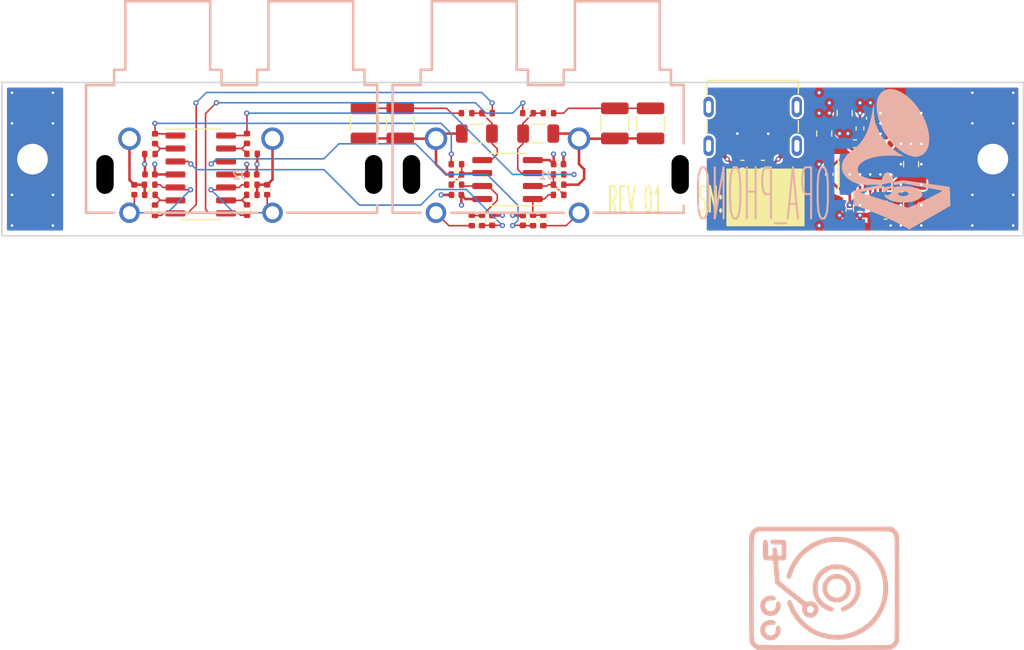
<source format=kicad_pcb>
(kicad_pcb (version 20211014) (generator pcbnew)
  (layers (0 "F.Cu" signal) (1 "In1.Cu" signal) (2 "In2.Cu" signal) (31 "B.Cu" signal) (34 "B.Paste" user) (35 "F.Paste" user) (36 "B.SilkS" user "B.Silkscreen") (37 "F.SilkS" user "F.Silkscreen") (38 "B.Mask" user) (39 "F.Mask" user) (44 "Edge.Cuts" user))
  (net 0 "")
  (net 1 "GND")
  (net 2 "/IN_L")
  (net 3 "/IN_R")
  (net 4 "/OUT_L")
  (net 5 "/OUT_R")
  (net 6 "/POWER/+6V")
  (net 7 "/POWER/-6V")
  (net 8 "/RIGHT/RIAA_RC")
  (net 9 "/RIGHT/RIAA")
  (net 10 "/LEFT/OUT_RC")
  (net 11 "/LEFT/RIAA_RC")
  (net 12 "/LEFT/RIAA")
  (net 13 "/RIGHT/OUT_RC")
  (net 14 "/LEFT/OUT1")
  (net 15 "/LEFT/FB1")
  (net 16 "/POWER/VIN")
  (net 17 "/LEFT/OUT2")
  (net 18 "/LEFT/FB2")
  (net 19 "/RIGHT/OUT1")
  (net 20 "/RIGHT/FB1")
  (net 21 "/RIGHT/OUT2")
  (net 22 "/RIGHT/FB2")
  (net 23 "/CC1")
  (net 24 "/CC2")
  (net 25 "/POWER/CINVN")
  (net 26 "/POWER/CINVP")
  (net 27 "/POWER/VOUTN")
  (net 28 "/POWER/CBSTP")
  (net 29 "/POWER/CBSTN")
  (net 30 "/POWER/BYPP")
  (net 31 "/POWER/BYPN")
  (net 32 "/POWER/VOUTP")
  (net 33 "/POWER/ADJP")
  (net 34 "/POWER/ADJN")
  (net 35 "/RIGHT/FBTRIM")
  (net 36 "/RIGHT/TRIM")
  (net 37 "/LEFT/FBTRIM")
  (net 38 "/LEFT/TRIM")
  (footprint "Resistor_SMD:R_0402_1005Metric" (layer "F.Cu") (at 186.5 61.996948 180)
    (fp_text reference "R25" hide)
    (fp_text value "20.5k")
  )
  (footprint "OPA_PHONO:CUI_UJC-HP-3-SMT-TR" (layer "F.Cu") (at 173.5 56.2 180)
    (fp_text reference "J3" hide)
    (fp_text value "UJC-HP-3-SMT-TR")
  )
  (footprint "Capacitor_SMD:C_1206_3216Metric" (layer "F.Cu") (at 146.5 55 180)
    (fp_text reference "C10" hide)
    (fp_text value "47n")
  )
  (footprint "Capacitor_SMD:C_0402_1005Metric" (layer "F.Cu") (at 112.975 60.5 90)
    (fp_text reference "C7" hide)
    (fp_text value "NP")
  )
  (footprint "Resistor_SMD:R_0402_1005Metric" (layer "F.Cu") (at 154.5 60 180)
    (fp_text reference "R8" hide)
    (fp_text value "68R")
  )
  (footprint "Capacitor_SMD:C_0402_1005Metric" (layer "F.Cu") (at 124 55.48 -90)
    (fp_text reference "C5" hide)
    (fp_text value "1u")
  )
  (footprint "Resistor_SMD:R_0402_1005Metric" (layer "F.Cu") (at 147 63.5 -90)
    (fp_text reference "R23" hide)
    (fp_text value "47k")
  )
  (footprint "Resistor_SMD:R_0402_1005Metric" (layer "F.Cu") (at 183.5 55.996948 180)
    (fp_text reference "R28" hide)
    (fp_text value "20.5k")
  )
  (footprint "Package_DFN_QFN:DFN-18-1EP_3x5mm_P0.5mm_EP1.66x4.4mm" (layer "F.Cu") (at 184.5 58.996948 -90)
    (fp_text reference "U3" hide)
    (fp_text value "LTC3265xDHC")
  )
  (footprint "Capacitor_SMD:C_0402_1005Metric" (layer "F.Cu") (at 154.5 58)
    (fp_text reference "C22" hide)
    (fp_text value "1u")
  )
  (footprint "Resistor_SMD:R_0402_1005Metric" (layer "F.Cu") (at 144.5 58)
    (fp_text reference "R21" hide)
    (fp_text value "47k")
  )
  (footprint "Resistor_SMD:R_0402_1005Metric" (layer "F.Cu") (at 115 62.5 90)
    (fp_text reference "R14" hide)
    (fp_text value "2.32k")
  )
  (footprint "Resistor_SMD:R_0402_1005Metric" (layer "F.Cu") (at 144.5 59)
    (fp_text reference "R6" hide)
    (fp_text value "68R")
  )
  (footprint "Resistor_SMD:R_0402_1005Metric" (layer "F.Cu") (at 154.5 59 180)
    (fp_text reference "R9" hide)
    (fp_text value "47k")
  )
  (footprint "Resistor_SMD:R_0402_1005Metric" (layer "F.Cu") (at 152 63.5 -90)
    (fp_text reference "R11" hide)
    (fp_text value "47k")
  )
  (footprint "Capacitor_SMD:C_0805_2012Metric" (layer "F.Cu") (at 189 57.996948 -90)
    (fp_text reference "C26" hide)
    (fp_text value "10u")
  )
  (footprint "Resistor_SMD:R_0402_1005Metric" (layer "F.Cu") (at 154.5 61)
    (fp_text reference "R7" hide)
    (fp_text value "2.32k")
  )
  (footprint "Capacitor_SMD:C_0402_1005Metric" (layer "F.Cu") (at 114.5 59)
    (fp_text reference "C19" hide)
    (fp_text value "1u")
  )
  (footprint "Capacitor_SMD:C_1210_3225Metric" (layer "F.Cu") (at 139 54 -90)
    (fp_text reference "C9" hide)
    (fp_text value "68n")
  )
  (footprint "Capacitor_SMD:C_0402_1005Metric" (layer "F.Cu") (at 151 63.5 90)
    (fp_text reference "C6" hide)
    (fp_text value "1u")
  )
  (footprint "Resistor_SMD:R_0402_1005Metric" (layer "F.Cu") (at 145.5 53)
    (fp_text reference "R17" hide)
    (fp_text value "2.32k")
  )
  (footprint "Resistor_SMD:R_0402_1005Metric" (layer "F.Cu") (at 174.5 58)
    (fp_text reference "R30" hide)
    (fp_text value "5.1k")
  )
  (footprint "Resistor_SMD:R_0402_1005Metric" (layer "F.Cu") (at 124.475 60 180)
    (fp_text reference "R1" hide)
    (fp_text value "47k")
  )
  (footprint "Capacitor_SMD:C_0402_1005Metric" (layer "F.Cu") (at 185 53.496948 90)
    (fp_text reference "C18" hide)
    (fp_text value "1u")
  )
  (footprint "Resistor_SMD:R_0402_1005Metric" (layer "F.Cu") (at 184 54.496948 -90)
    (fp_text reference "R27" hide)
    (fp_text value "5.1k")
  )
  (footprint "Capacitor_SMD:C_0805_2012Metric" (layer "F.Cu") (at 182.5 52.996948 90)
    (fp_text reference "C28" hide)
    (fp_text value "10u")
  )
  (footprint "Capacitor_SMD:C_0805_2012Metric" (layer "F.Cu") (at 188.5 54.496948 180)
    (fp_text reference "C23" hide)
    (fp_text value "10u")
  )
  (footprint "Capacitor_SMD:C_0805_2012Metric" (layer "F.Cu") (at 189 61.996948 90)
    (fp_text reference "C27" hide)
    (fp_text value "10u")
  )
  (footprint "Resistor_SMD:R_0402_1005Metric" (layer "F.Cu") (at 114.475 60)
    (fp_text reference "R13" hide)
    (fp_text value "47k")
  )
  (footprint "Resistor_SMD:R_0402_1005Metric" (layer "F.Cu") (at 172.5 58 180)
    (fp_text reference "R29" hide)
    (fp_text value "5.1k")
  )
  (footprint "Resistor_SMD:R_0402_1005Metric" (layer "F.Cu") (at 114.5 61)
    (fp_text reference "R15" hide)
    (fp_text value "68R")
  )
  (footprint "Resistor_SMD:R_0402_1005Metric" (layer "F.Cu") (at 146 63.5 -90)
    (fp_text reference "R24" hide)
    (fp_text value "68R")
  )
  (footprint "Capacitor_SMD:C_0402_1005Metric" (layer "F.Cu") (at 124.475 59)
    (fp_text reference "C20" hide)
    (fp_text value "1u")
  )
  (footprint "Capacitor_SMD:C_1210_3225Metric" (layer "F.Cu") (at 135.5 54 -90)
    (fp_text reference "C8" hide)
    (fp_text value "68n")
  )
  (footprint "Resistor_SMD:R_0402_1005Metric" (layer "F.Cu") (at 153.5 53 180)
    (fp_text reference "R5" hide)
    (fp_text value "2.32k")
  )
  (footprint "Capacitor_SMD:C_0402_1005Metric" (layer "F.Cu") (at 185 62.496948 90)
    (fp_text reference "C17" hide)
    (fp_text value "1u")
  )
  (footprint "Capacitor_SMD:C_0402_1005Metric" (layer "F.Cu") (at 181 58.996948 -90)
    (fp_text reference "C14" hide)
    (fp_text value "1u")
  )
  (footprint "Capacitor_SMD:C_0402_1005Metric" (layer "F.Cu") (at 186.5 55.996948)
    (fp_text reference "C16" hide)
    (fp_text value "1u")
  )
  (footprint "Resistor_SMD:R_0402_1005Metric" (layer "F.Cu") (at 124.5 56.98 180)
    (fp_text reference "R10" hide)
    (fp_text value "47k")
  )
  (footprint "Resistor_SMD:R_0402_1005Metric" (layer "F.Cu") (at 151.5 53 180)
    (fp_text reference "R4" hide)
    (fp_text value "16k")
  )
  (footprint "Capacitor_SMD:C_1206_3216Metric" (layer "F.Cu") (at 152.5 55)
    (fp_text reference "C4" hide)
    (fp_text value "47n")
  )
  (footprint "Capacitor_SMD:C_0805_2012Metric" (layer "F.Cu") (at 180.5 54.996948 -90)
    (fp_text reference "C24" hide)
    (fp_text value "10u")
  )
  (footprint "Capacitor_SMD:C_0402_1005Metric" (layer "F.Cu") (at 115 55.5 -90)
    (fp_text reference "C11" hide)
    (fp_text value "1u")
  )
  (footprint "Resistor_SMD:R_0402_1005Metric" (layer "F.Cu") (at 144.5 60 180)
    (fp_text reference "R19" hide)
    (fp_text value "2.32k")
  )
  (footprint "Resistor_SMD:R_0402_1005Metric" (layer "F.Cu") (at 124.475 61 180)
    (fp_text reference "R3" hide)
    (fp_text value "68R")
  )
  (footprint "Resistor_SMD:R_0402_1005Metric" (layer "F.Cu") (at 147.5 53)
    (fp_text reference "R16" hide)
    (fp_text value "16k")
  )
  (footprint "Capacitor_SMD:C_0402_1005Metric" (layer "F.Cu") (at 125.975 60.5 90)
    (fp_text reference "C1" hide)
    (fp_text value "NP")
  )
  (footprint "Resistor_SMD:R_0402_1005Metric" (layer "F.Cu") (at 114.5 57)
    (fp_text reference "R22" hide)
    (fp_text value "47k")
  )
  (footprint "Package_SO:SOIC-14_3.9x8.7mm_P1.27mm" (layer "F.Cu") (at 119.475 59)
    (fp_text reference "U1" hide)
    (fp_text value "OPA1644AxD")
  )
  (footprint "Package_SO:SOIC-8_3.9x4.9mm_P1.27mm" (layer "F.Cu") (at 149.5 59.5 180)
    (fp_text reference "U2" hide)
    (fp_text value "OPA1612AxD")
  )
  (footprint "Resistor_SMD:R_0402_1005Metric" (layer "F.Cu") (at 153 63.5 -90)
    (fp_text reference "R12" hide)
    (fp_text value "68R")
  )
  (footprint "Capacitor_SMD:C_1210_3225Metric" (layer "F.Cu") (at 160 54 -90)
    (fp_text reference "C2" hide)
    (fp_text value "68n")
  )
  (footprint "Capacitor_SMD:C_1210_3225Metric" (layer "F.Cu") (at 163.5 54 -90)
    (fp_text reference "C3" hide)
    (fp_text value "68n")
  )
  (footprint "Resistor_SMD:R_0402_1005Metric" (layer "F.Cu") (at 186.5 62.996948)
    (fp_text reference "R26" hide)
    (fp_text value "5.1k")
  )
  (footprint "Resistor_SMD:R_0402_1005Metric" (layer "F.Cu") (at 124 62.48 90)
    (fp_text reference "R2" hide)
    (fp_text value "2.32k")
  )
  (footprint "Capacitor_SMD:C_0402_1005Metric" (layer "F.Cu") (at 148 63.5 90)
    (fp_text reference "C12" hide)
    (fp_text value "1u")
  )
  (footprint "Capacitor_SMD:C_0402_1005Metric" (layer "F.Cu") (at 144.5 61)
    (fp_text reference "C21" hide)
    (fp_text value "1u")
  )
  (footprint "Capacitor_SMD:C_0402_1005Metric" (layer "F.Cu") (at 183 62.496948 90)
    (fp_text reference "C13" hide)
    (fp_text value "1u")
  )
  (footprint "LOGO" (layer "B.Cu") (at 187.5 57.5 180)
    (fp_text reference "G***" hide)
    (fp_text value "LOGO" hide)
  )
  (footprint "OPA_PHONO:PJRAS2X1S01X" (layer "B.Cu") (at 153.25 50.25)
    (fp_text reference "J1")
    (fp_text value "PJRAS2X1S01X")
  )
  (footprint "OPA_PHONO:PJRAS2X1S01X" (layer "B.Cu") (at 123.25 50.25)
    (fp_text reference "J2")
    (fp_text value "PJRAS2X1S01X")
  )
  (footprint "LOGO" (layer "B.Cu") (at 180.5 99.5 180)
    (fp_text reference "Ge" hide)
    (fp_text value "LOGO" hide)
  )
  (gr_rect (start 171 58.5) (end 178.5 64) (layer "F.SilkS") (width 0.15) (fill solid))
  (gr_rect (start 100 49.996948) (end 200 64.996948) (layer "Edge.Cuts") (width 0.15) (fill none))
  (gr_text "OPA_PHONO" (at 174.5 61) (layer "B.SilkS") (effects (font (size 5 1.5) (thickness 0.2)) (justify mirror)))
  (gr_text "REV 01" (at 162 61.5) (layer "F.SilkS") (effects (font (size 2.5 1) (thickness 0.2))))
  (gr_text "SN:   " (at 170.5 61.5) (layer "F.SilkS") (effects (font (size 2.5 1) (thickness 0.2))))
  (segment (start 182 62.996948) (end 182.02 62.976948) (width 0.25) (layer "F.Cu") (net 1))
  (segment (start 175.5 58) (end 176 57.5) (width 0.25) (layer "F.Cu") (net 1))
  (segment (start 187.01 63.986948) (end 187 63.996948) (width 0.25) (layer "F.Cu") (net 1))
  (segment (start 181 51.996948) (end 182.453161 51.996948) (width 0.25) (layer "F.Cu") (net 1))
  (segment (start 113.99 57.985) (end 113.975 58) (width 0.25) (layer "F.Cu") (net 1))
  (segment (start 143.5 59) (end 142.5 58) (width 0.25) (layer "F.Cu") (net 1))
  (segment (start 154.98 57.02) (end 154.98 58) (width 0.25) (layer "F.Cu") (net 1))
  (segment (start 156.5 55.5) (end 156.5 58) (width 0.25) (layer "F.Cu") (net 1))
  (segment (start 148.98 63.02) (end 149 63) (width 0.25) (layer "F.Cu") (net 1))
  (segment (start 148 63.02) (end 148.98 63.02) (width 0.25) (layer "F.Cu") (net 1))
  (segment (start 190 55.996948) (end 190 56.046948) (width 0.25) (layer "F.Cu") (net 1))
  (segment (start 190 56.046948) (end 189 57.046948) (width 0.25) (layer "F.Cu") (net 1))
  (segment (start 185 52.986948) (end 185 52.006948) (width 0.25) (layer "F.Cu") (net 1))
  (segment (start 181 53.546948) (end 180.5 54.046948) (width 0.25) (layer "F.Cu") (net 1))
  (segment (start 184.275978 58.996948) (end 184.5 58.996948) (width 0.25) (layer "F.Cu") (net 1))
  (segment (start 157 59.426747) (end 156.426747 60) (width 0.25) (layer "F.Cu") (net 1))
  (segment (start 150.02 63.02) (end 150 63) (width 0.25) (layer "F.Cu") (net 1))
  (segment (start 182.500109 52.043896) (end 182.547057 51.996948) (width 0.25) (layer "F.Cu") (net 1))
  (segment (start 175.01 58) (end 175.5 58) (width 0.25) (layer "F.Cu") (net 1))
  (segment (start 190 57.996948) (end 189.95 57.996948) (width 0.25) (layer "F.Cu") (net 1))
  (segment (start 184.5 60.421948) (end 184.5 58.996948) (width 0.25) (layer "F.Cu") (net 1))
  (segment (start 181 52.996948) (end 181 53.546948) (width 0.25) (layer "F.Cu") (net 1))
  (segment (start 112.5 59.545) (end 112.5 55.5) (width 0.25) (layer "F.Cu") (net 1))
  (segment (start 188 56.046948) (end 189 57.046948) (width 0.25) (layer "F.Cu") (net 1))
  (segment (start 142.5 55.5) (end 139.025 55.5) (width 0.25) (layer "F.Cu") (net 1))
  (segment (start 184 53.986948) (end 184 52.996948) (width 0.25) (layer "F.Cu") (net 1))
  (segment (start 151 63.02) (end 150.02 63.02) (width 0.25) (layer "F.Cu") (net 1))
  (segment (start 124.985 60) (end 125.955 60) (width 0.25) (layer "F.Cu") (net 1))
  (segment (start 124.955 59) (end 124.955 58.02) (width 0.25) (layer "F.Cu") (net 1))
  (segment (start 176.25 56.205) (end 176.25 57.25) (width 0.4) (layer "F.Cu") (net 1))
  (segment (start 182.547057 51.996948) (end 184 51.996948) (width 0.25) (layer "F.Cu") (net 1))
  (segment (start 163.5 55.475) (end 160 55.475) (width 0.25) (layer "F.Cu") (net 1))
  (segment (start 139.025 55.5) (end 139 55.475) (width 0.25) (layer "F.Cu") (net 1))
  (segment (start 189.95 57.996948) (end 189 57.046948) (width 0.25) (layer "F.Cu") (net 1))
  (segment (start 186 58.996948) (end 187 58.996948) (width 0.25) (layer "F.Cu") (net 1))
  (segment (start 143.99 59) (end 143.5 59) (width 0.25) (layer "F.Cu") (net 1))
  (segment (start 139 55.475) (end 135.5 55.475) (width 0.25) (layer "F.Cu") (net 1))
  (segment (start 145.025 55) (end 143 55) (width 0.25) (layer "F.Cu") (net 1))
  (segment (start 143 61) (end 144.02 61) (width 0.25) (layer "F.Cu") (net 1))
  (segment (start 188 57.996948) (end 188.05 57.996948) (width 0.25) (layer "F.Cu") (net 1))
  (segment (start 189 57.046948) (end 188.95 57.046948) (width 0.25) (layer "F.Cu") (net 1))
  (segment (start 125.01 56.98) (end 125.01 57.965) (width 0.25) (layer "F.Cu") (net 1))
  (segment (start 114.02 58.045) (end 113.975 58) (width 0.25) (layer "F.Cu") (net 1))
  (segment (start 113.99 57) (end 113.99 57.985) (width 0.25) (layer "F.Cu") (net 1))
  (segment (start 113.99 60.025) (end 113.965 60) (width 0.25) (layer "F.Cu") (net 1))
  (segment (start 156.5 58) (end 157 58.5) (width 0.25) (layer "F.Cu") (net 1))
  (segment (start 184.02 62.976948) (end 184 62.996948) (width 0.25) (layer "F.Cu") (net 1))
  (segment (start 157 58.5) (end 157 59.426747) (width 0.25) (layer "F.Cu") (net 1))
  (segment (start 156.426747 60) (end 155.01 60) (width 0.25) (layer "F.Cu") (net 1))
  (segment (start 170.75 56.205) (end 170.75 57.25) (width 0.4) (layer "F.Cu") (net 1))
  (segment (start 125.955 60) (end 125.975 60.02) (width 0.25) (layer "F.Cu") (net 1))
  (segment (start 156 55) (end 156.5 55.5) (width 0.25) (layer "F.Cu") (net 1))
  (segment (start 113.99 61) (end 113.99 60.025) (width 0.25) (layer "F.Cu") (net 1))
  (segment (start 113.965 60) (end 113.965 60.01) (width 0.25) (layer "F.Cu") (net 1))
  (segment (start 188 63.996948) (end 188 63.946948) (width 0.25) (layer "F.Cu") (net 1))
  (segment (start 189 62.996948) (end 188 63.996948) (width 0.25) (layer "F.Cu") (net 1))
  (segment (start 188 55.996948) (end 188 56.046948) (width 0.25) (layer "F.Cu") (net 1))
  (segment (start 159.975 55.5) (end 156.5 55.5) (width 0.25) (layer "F.Cu") (net 1))
  (segment (start 125.01 57.965) (end 124.975 58) (width 0.25) (layer "F.Cu") (net 1))
  (segment (start 183.5 60.421948) (end 183.5 59.772926) (width 0.25) (layer "F.Cu") (net 1))
  (segment (start 112.975 60.02) (end 112.5 59.545) (width 0.25) (layer "F.Cu") (net 1))
  (segment (start 114.02 59) (end 114.02 58.045) (width 0.25) (layer "F.Cu") (net 1))
  (segment (start 182.453161 51.996948) (end 182.500109 52.043896) (width 0.25) (layer "F.Cu") (net 1))
  (segment (start 189 62.946948) (end 189 62.996948) (width 0.25) (layer "F.Cu") (net 1))
  (segment (start 176.25 57.25) (end 176 57.5) (width 0.4) (layer "F.Cu") (net 1))
  (segment (start 155 57) (end 154.98 57.02) (width 0.25) (layer "F.Cu") (net 1))
  (segment (start 187.01 62.996948) (end 187.01 63.986948) (width 0.25) (layer "F.Cu") (net 1))
  (segment (start 179.999891 53.546839) (end 180.5 54.046948) (width 0.25) (layer "F.Cu") (net 1))
  (segment (start 182.02 62.976948) (end 183 62.976948) (width 0.25) (layer "F.Cu") (net 1))
  (segment (start 142.5 58) (end 142.5 55.5) (width 0.25) (layer "F.Cu") (net 1))
  (segment (start 160 55.475) (end 159.975 55.5) (width 0.25) (layer "F.Cu") (net 1))
  (segment (start 113.965 60) (end 112.995 60) (width 0.25) (layer "F.Cu") (net 1))
  (segment (start 125.975 60.02) (end 126.5 59.495) (width 0.25) (layer "F.Cu") (net 1))
  (segment (start 189.45 54.496948) (end 189.45 55.546948) (width 0.25) (layer "F.Cu") (net 1))
  (segment (start 153.975 55) (end 156 55) (width 0.25) (layer "F.Cu") (net 1))
  (segment (start 171.5 58) (end 171 57.5) (width 0.25) (layer "F.Cu") (net 1))
  (segment (start 185 62.976948) (end 184.02 62.976948) (width 0.25) (layer "F.Cu") (net 1))
  (segment (start 188.05 57.996948) (end 189 57.046948) (width 0.25) (layer "F.Cu") (net 1))
  (segment (start 189.45 55.546948) (end 189 55.996948) (width 0.25) (layer "F.Cu") (net 1))
  (segment (start 179.999891 53) (end 179.999891 53.546839) (width 0.25) (layer "F.Cu") (net 1))
  (segment (start 171.99 58) (end 171.5 58) (width 0.25) (layer "F.Cu") (net 1))
  (segment (start 124.985 61) (end 124.985 60) (width 0.25) (layer "F.Cu") (net 1))
  (segment (start 124.955 58.02) (end 124.975 58) (width 0.25) (layer "F.Cu") (net 1))
  (segment (start 126.5 59.495) (end 126.5 55.5) (width 0.25) (layer "F.Cu") (net 1))
  (segment (start 170.75 57.25) (end 171 57.5) (width 0.4) (layer "F.Cu") (net 1))
  (segment (start 183.5 59.772926) (end 184.275978 58.996948) (width 0.25) (layer "F.Cu") (net 1))
  (segment (start 189 62.996948) (end 190 63.996948) (width 0.25) (layer "F.Cu") (net 1))
  (via (at 184 52.996948) (size 0.508) (drill 0.254) (layers "F.Cu" "B.Cu") (net 1))
  (via (at 185.02 51.986948) (size 0.508) (drill 0.254) (layers "F.Cu" "B.Cu") (net 1))
  (via (at 180 51) (size 0.508) (drill 0.254) (layers "F.Cu" "B.Cu") (net 1))
  (via (at 150 63) (size 0.508) (drill 0.254) (layers "F.Cu" "B.Cu") (net 1))
  (via (at 198.996527 63.998814) (size 0.508) (drill 0.254) (layers "F.Cu" "B.Cu") (net 1))
  (via (at 197.0005 57.5) (size 4) (drill 3) (layers "F.Cu" "B.Cu") (net 1))
  (via (at 188 57.996948) (size 0.508) (drill 0.254) (layers "F.Cu" "B.Cu") (net 1))
  (via (at 180 64) (size 0.508) (drill 0.254) (layers "F.Cu" "B.Cu") (net 1))
  (via (at 190 63.996948) (size 0.508) (drill 0.254) (layers "F.Cu" "B.Cu") (net 1))
  (via (at 103.003973 57.501186) (size 4) (drill 3) (layers "F.Cu" "B.Cu") (net 1))
  (via (at 184 51.996948) (size 0.508) (drill 0.254) (layers "F.Cu" "B.Cu") (net 1))
  (via (at 105 64) (size 0.508) (drill 0.254) (layers "F.Cu" "B.Cu") (net 1))
  (via (at 101.003473 61.001186) (size 0.508) (drill 0.254) (layers "F.Cu" "B.Cu") (net 1))
  (via (at 183 58.996948) (size 0.508) (drill 0.254) (layers "F.Cu" "B.Cu") (net 1))
  (via (at 199 54) (size 0.508) (drill 0.254) (layers "F.Cu" "B.Cu") (net 1))
  (via (at 143 61) (size 0.508) (drill 0.254) (layers "F.Cu" "B.Cu") (net 1))
  (via (at 195 54) (size 0.508) (drill 0.254) (layers "F.Cu" "B.Cu") (net 1))
  (via (at 176 57.5) (size 0.508) (drill 0.254) (layers "F.Cu" "B.Cu") (net 1))
  (via (at 184 62.996948) (size 0.508) (drill 0.254) (layers "F.Cu" "B.Cu") (net 1))
  (via (at 195 51) (size 0.508) (drill 0.254) (layers "F.Cu" "B.Cu") (net 1))
  (via (at 190 57.996948) (size 0.508) (drill 0.254) (layers "F.Cu" "B.Cu") (net 1))
  (via (at 149 63) (size 0.508) (drill 0.254) (layers "F.Cu" "B.Cu") (net 1))
  (via (at 113.975 58) (size 0.508) (drill 0.254) (layers "F.Cu" "B.Cu") (net 1))
  (via (at 194.996527 63.998814) (size 0.508) (drill 0.254) (layers "F.Cu" "B.Cu") (net 1))
  (via (at 105.003473 54.001186) (size 0.508) (drill 0.254) (layers "F.Cu" "B.Cu") (net 1))
  (via (at 188 63.996948) (size 0.508) (drill 0.254) (layers "F.Cu" "B.Cu") (net 1))
  (via (at 181 52.996948) (size 0.508) (drill 0.254) (layers "F.Cu" "B.Cu") (net 1))
  (via (at 101 64) (size 0.508) (drill 0.254) (layers "F.Cu" "B.Cu") (net 1))
  (via (at 185 58.996948) (size 0.508) (drill 0.254) (layers "F.Cu" "B.Cu") (net 1))
  (via (at 179.999891 53) (size 0.508) (drill 0.254) (layers "F.Cu" "B.Cu") (net 1))
  (via (at 184 58.996948) (size 0.508) (drill 0.254) (layers "F.Cu" "B.Cu") (net 1))
  (via (at 190 53) (size 0.508) (drill 0.254) (layers "F.Cu" "B.Cu") (net 1))
  (via (at 105.003473 51.001186) (size 0.508) (drill 0.254) (layers "F.Cu" "B.Cu") (net 1))
  (via (at 155 57) (size 0.508) (drill 0.254) (layers "F.Cu" "B.Cu") (net 1))
  (via (at 187 58.996948) (size 0.508) (drill 0.254) (layers "F.Cu" "B.Cu") (net 1))
  (via (at 188 55.996948) (size 0.508) (drill 0.254) (layers "F.Cu" "B.Cu") (net 1))
  (via (at 101.003473 51.001186) (size 0.508) (drill 0.254) (layers "F.Cu" "B.Cu") (net 1))
  (via (at 101.003473 54.001186) (size 0.508) (drill 0.254) (layers "F.Cu" "B.Cu") (net 1))
  (via (at 187 63.996948) (size 0.508) (drill 0.254) (layers "F.Cu" "B.Cu") (net 1))
  (via (at 180 58) (size 0.508) (drill 0.254) (layers "F.Cu" "B.Cu") (net 1))
  (via (at 186 58.996948) (size 0.508) (drill 0.254) (layers "F.Cu" "B.Cu") (net 1))
  (via (at 199 51) (size 0.508) (drill 0.254) (layers "F.Cu" "B.Cu") (net 1))
  (via (at 105.003473 61.001186) (size 0.508) (drill 0.254) (layers "F.Cu" "B.Cu") (net 1))
  (via (at 171 57.5) (size 0.508) (drill 0.254) (layers "F.Cu" "B.Cu") (net 1))
  (via (at 195 61) (size 0.508) (drill 0.254) (layers "F.Cu" "B.Cu") (net 1))
  (via (at 190 55.996948) (size 0.508) (drill 0.254) (layers "F.Cu" "B.Cu") (net 1))
  (via (at 181 51.996948) (size 0.508) (drill 0.254) (layers "F.Cu" "B.Cu") (net 1))
  (via (at 189 55.996948) (size 0.508) (drill 0.254) (layers "F.Cu" "B.Cu") (net 1))
  (via (at 124.975 58) (size 0.508) (drill 0.254) (layers "F.Cu" "B.Cu") (net 1))
  (via (at 199 61) (size 0.508) (drill 0.254) (layers "F.Cu" "B.Cu") (net 1))
  (via (at 182 62.996948) (size 0.508) (drill 0.254) (layers "F.Cu" "B.Cu") (net 1))
  (segment (start 117.23 60.5) (end 118.475 60.5) (width 0.15) (layer "F.Cu") (net 2))
  (segment (start 117 60.27) (end 117.23 60.5) (width 0.15) (layer "F.Cu") (net 2))
  (segment (start 115.77 60.27) (end 117 60.27) (width 0.15) (layer "F.Cu") (net 2))
  (segment (start 114.985 60) (end 115.5 60) (width 0.15) (layer "F.Cu") (net 2))
  (segment (start 112.975 60.98) (end 112.975 62.275) (width 0.15) (layer "F.Cu") (net 2))
  (segment (start 115.5 60) (end 115.77 60.27) (width 0.15) (layer "F.Cu") (net 2))
  (segment (start 112.975 62.275) (end 112.5 62.75) (width 0.15) (layer "F.Cu") (net 2))
  (via (at 118.475 60.5) (size 0.508) (drill 0.254) (layers "F.Cu" "B.Cu") (net 2))
  (segment (start 116.225 62.75) (end 118.475 60.5) (width 0.15) (layer "B.Cu") (net 2))
  (segment (start 112.5 62.75) (end 116.225 62.75) (width 0.15) (layer "B.Cu") (net 2))
  (segment (start 121.95 60.27) (end 123.23 60.27) (width 0.15) (layer "F.Cu") (net 3))
  (segment (start 125.975 60.98) (end 125.975 62.225) (width 0.15) (layer "F.Cu") (net 3))
  (segment (start 123.965 60) (end 123.5 60) (width 0.15) (layer "F.Cu") (net 3))
  (segment (start 120.475 60.5) (end 121.72 60.5) (width 0.15) (layer "F.Cu") (net 3))
  (segment (start 121.72 60.5) (end 121.95 60.27) (width 0.15) (layer "F.Cu") (net 3))
  (segment (start 123.5 60) (end 123.23 60.27) (width 0.15) (layer "F.Cu") (net 3))
  (via (at 120.475 60.5) (size 0.508) (drill 0.254) (layers "F.Cu" "B.Cu") (net 3))
  (segment (start 122.725 62.75) (end 120.475 60.5) (width 0.15) (layer "B.Cu") (net 3))
  (segment (start 126.5 62.75) (end 122.725 62.75) (width 0.15) (layer "B.Cu") (net 3))
  (segment (start 146 64.01) (end 143.76 64.01) (width 0.15) (layer "F.Cu") (net 4))
  (segment (start 143.76 64.01) (end 142.5 62.75) (width 0.15) (layer "F.Cu") (net 4))
  (segment (start 155.24 64.01) (end 156.5 62.75) (width 0.15) (layer "F.Cu") (net 5))
  (segment (start 153 64.01) (end 155.24 64.01) (width 0.15) (layer "F.Cu") (net 5))
  (segment (start 145.385 61.405) (end 144.98 61) (width 0.25) (layer "F.Cu") (net 6))
  (segment (start 114.98 58.005) (end 114.975 58) (width 0.25) (layer "F.Cu") (net 6))
  (segment (start 114.98 59) (end 114.98 58.005) (width 0.25) (layer "F.Cu") (net 6))
  (segment (start 117 59) (end 114.98 59) (width 0.25) (layer "F.Cu") (net 6))
  (segment (start 188 61.996948) (end 187.01 61.996948) (width 0.25) (layer "F.Cu") (net 6))
  (segment (start 186 60.986948) (end 187.01 61.996948) (width 0.25) (layer "F.Cu") (net 6))
  (segment (start 144.98 61) (end 144.98 61.98) (width 0.25) (layer "F.Cu") (net 6))
  (segment (start 186 60.421948) (end 186 60.986948) (width 0.25) (layer "F.Cu") (net 6))
  (segment (start 144.98 61.98) (end 145 62) (width 0.25) (layer "F.Cu") (net 6))
  (segment (start 147.025 61.405) (end 145.385 61.405) (width 0.25) (layer "F.Cu") (net 6))
  (via (at 145 62) (size 0.508) (drill 0.254) (layers "F.Cu" "B.Cu") (net 6))
  (via (at 190 61.996948) (size 0.508) (drill 0.254) (layers "F.Cu" "B.Cu") (net 6))
  (via (at 188 61.996948) (size 0.508) (drill 0.254) (layers "F.Cu" "B.Cu") (net 6))
  (via (at 114.975 58) (size 0.508) (drill 0.254) (layers "F.Cu" "B.Cu") (net 6))
  (segment (start 154.02 58) (end 154.02 57.02) (width 0.25) (layer "F.Cu") (net 7))
  (segment (start 182 54.996948) (end 182.823261 54.996948) (width 0.25) (layer "F.Cu") (net 7))
  (segment (start 182.99 55.163687) (end 182.823261 54.996948) (width 0.25) (layer "F.Cu") (net 7))
  (segment (start 121.95 59) (end 123.995 59) (width 0.25) (layer "F.Cu") (net 7))
  (segment (start 182.823261 54.270209) (end 182.5 53.946948) (width 0.25) (layer "F.Cu") (net 7))
  (segment (start 151.975 57.595) (end 153.615 57.595) (width 0.25) (layer "F.Cu") (net 7))
  (segment (start 154.02 57.02) (end 154 57) (width 0.25) (layer "F.Cu") (net 7))
  (segment (start 183.5 56.496948) (end 183.5 57.571948) (width 0.25) (layer "F.Cu") (net 7))
  (segment (start 123.995 58.02) (end 123.975 58) (width 0.25) (layer "F.Cu") (net 7))
  (segment (start 123.995 59) (end 123.995 58.02) (width 0.25) (layer "F.Cu") (net 7))
  (segment (start 153.615 57.595) (end 154.02 58) (width 0.25) (layer "F.Cu") (net 7))
  (segment (start 182.99 55.996948) (end 182.99 55.163687) (width 0.25) (layer "F.Cu") (net 7))
  (segment (start 182.99 55.996948) (end 183 55.996948) (width 0.25) (layer "F.Cu") (net 7))
  (segment (start 183 55.996948) (end 183.5 56.496948) (width 0.25) (layer "F.Cu") (net 7))
  (segment (start 182.823261 54.996948) (end 182.823261 54.270209) (width 0.25) (layer "F.Cu") (net 7))
  (via (at 182 54.996948) (size 0.508) (drill 0.254) (layers "F.Cu" "B.Cu") (net 7))
  (via (at 182.823261 54.996948) (size 0.508) (drill 0.254) (layers "F.Cu" "B.Cu") (net 7))
  (via (at 123.975 58) (size 0.508) (drill 0.254) (layers "F.Cu" "B.Cu") (net 7))
  (via (at 154 57) (size 0.508) (drill 0.254) (layers "F.Cu" "B.Cu") (net 7))
  (segment (start 154.99 53) (end 154.01 53) (width 0.15) (layer "F.Cu") (net 8))
  (segment (start 163.5 52.525) (end 160 52.525) (width 0.15) (layer "F.Cu") (net 8))
  (segment (start 155.465 52.525) (end 156.525 52.525) (width 0.15) (layer "F.Cu") (net 8))
  (segment (start 160 52.525) (end 156.525 52.525) (width 0.15) (layer "F.Cu") (net 8))
  (segment (start 154.99 53) (end 155.465 52.525) (width 0.15) (layer "F.Cu") (net 8))
  (segment (start 151 55.025) (end 151 56) (width 0.15) (layer "F.Cu") (net 9))
  (segment (start 151.975 58.865) (end 150.865 58.865) (width 0.15) (layer "F.Cu") (net 9))
  (segment (start 151.01 54) (end 151 54) (width 0.15) (layer "F.Cu") (net 9))
  (segment (start 152.01 53) (end 151.01 54) (width 0.15) (layer "F.Cu") (net 9))
  (segment (start 151 54.975) (end 151.025 55) (width 0.15) (layer "F.Cu") (net 9))
  (segment (start 150.865 58.865) (end 150.5 58.5) (width 0.15) (layer "F.Cu") (net 9))
  (segment (start 151 54) (end 151 54.975) (width 0.15) (layer "F.Cu") (net 9))
  (segment (start 151 56) (end 150.5 56.5) (width 0.15) (layer "F.Cu") (net 9))
  (segment (start 150.5 56.5) (end 150.5 58.5) (width 0.15) (layer "F.Cu") (net 9))
  (segment (start 152.99 53) (end 152.01 53) (width 0.15) (layer "F.Cu") (net 9))
  (segment (start 151.025 55) (end 151 55.025) (width 0.15) (layer "F.Cu") (net 9))
  (segment (start 117 57.73) (end 118.25 57.73) (width 0.15) (layer "F.Cu") (net 10))
  (segment (start 147.03 63.98) (end 147 64.01) (width 0.15) (layer "F.Cu") (net 10))
  (segment (start 148 63.98) (end 148.98 63.98) (width 0.15) (layer "F.Cu") (net 10))
  (segment (start 148.98 63.98) (end 149 64) (width 0.15) (layer "F.Cu") (net 10))
  (segment (start 148 63.98) (end 147.03 63.98) (width 0.15) (layer "F.Cu") (net 10))
  (segment (start 118.25 57.73) (end 118.5 57.98) (width 0.15) (layer "F.Cu") (net 10))
  (via (at 149 64) (size 0.508) (drill 0.254) (layers "F.Cu" "B.Cu") (net 10))
  (via (at 118.5 57.98) (size 0.508) (drill 0.254) (layers "F.Cu" "B.Cu") (net 10))
  (segment (start 142.528511 60.471489) (end 145.471489 60.471489) (width 0.15) (layer "B.Cu") (net 10))
  (segment (start 135 62) (end 141 62) (width 0.15) (layer "B.Cu") (net 10))
  (segment (start 141 62) (end 142.528511 60.471489) (width 0.15) (layer "B.Cu") (net 10))
  (segment (start 118.5 57.98) (end 119.048511 58.528511) (width 0.15) (layer "B.Cu") (net 10))
  (segment (start 145.471489 60.471489) (end 149 64) (width 0.15) (layer "B.Cu") (net 10))
  (segment (start 119.048511 58.528511) (end 131.528511 58.528511) (width 0.15) (layer "B.Cu") (net 10))
  (segment (start 131.528511 58.528511) (end 135 62) (width 0.15) (layer "B.Cu") (net 10))
  (segment (start 144.01 53) (end 144.99 53) (width 0.15) (layer "F.Cu") (net 11))
  (segment (start 143.535 52.525) (end 144.01 53) (width 0.15) (layer "F.Cu") (net 11))
  (segment (start 135.5 52.525) (end 139 52.525) (width 0.15) (layer "F.Cu") (net 11))
  (segment (start 139 52.525) (end 143.535 52.525) (width 0.15) (layer "F.Cu") (net 11))
  (segment (start 148 55.025) (end 148 56) (width 0.15) (layer "F.Cu") (net 12))
  (segment (start 147.025 57.595) (end 147.905 57.595) (width 0.15) (layer "F.Cu") (net 12))
  (segment (start 148 56) (end 148.5 56.5) (width 0.15) (layer "F.Cu") (net 12))
  (segment (start 147.905 57.595) (end 148.5 57) (width 0.15) (layer "F.Cu") (net 12))
  (segment (start 146.99 53) (end 147.975 53.985) (width 0.15) (layer "F.Cu") (net 12))
  (segment (start 148.5 57) (end 148.5 56.5) (width 0.15) (layer "F.Cu") (net 12))
  (segment (start 147.975 53.985) (end 147.975 55) (width 0.15) (layer "F.Cu") (net 12))
  (segment (start 146.01 53) (end 146.99 53) (width 0.15) (layer "F.Cu") (net 12))
  (segment (start 147.975 55) (end 148 55.025) (width 0.15) (layer "F.Cu") (net 12))
  (segment (start 151 63.98) (end 150.02 63.98) (width 0.15) (layer "F.Cu") (net 13))
  (segment (start 121.95 57.73) (end 120.75 57.73) (width 0.15) (layer "F.Cu") (net 13))
  (segment (start 151.03 64.01) (end 151 63.98) (width 0.15) (layer "F.Cu") (net 13))
  (segment (start 120.75 57.73) (end 120.5 57.98) (width 0.15) (layer "F.Cu") (net 13))
  (segment (start 152 64.01) (end 151.03 64.01) (width 0.15) (layer "F.Cu") (net 13))
  (segment (start 150.02 63.98) (end 150 64) (width 0.15) (layer "F.Cu") (net 13))
  (via (at 150 64) (size 0.508) (drill 0.254) (layers "F.Cu" "B.Cu") (net 13))
  (via (at 120.5 57.98) (size 0.508) (drill 0.254) (layers "F.Cu" "B.Cu") (net 13))
  (segment (start 131.528511 57.471489) (end 133 56) (width 0.15) (layer "B.Cu") (net 13))
  (segment (start 133 56) (end 140.5 56) (width 0.15) (layer "B.Cu") (net 13))
  (segment (start 121.008511 57.471489) (end 131.528511 57.471489) (width 0.15) (layer "B.Cu") (net 13))
  (segment (start 140.5 56) (end 143.5 59) (width 0.15) (layer "B.Cu") (net 13))
  (segment (start 150.528511 62.028511) (end 150.528511 63.471489) (width 0.15) (layer "B.Cu") (net 13))
  (segment (start 143.5 59) (end 147.5 59) (width 0.15) (layer "B.Cu") (net 13))
  (segment (start 147.5 59) (end 150.528511 62.028511) (width 0.15) (layer "B.Cu") (net 13))
  (segment (start 120.5 57.98) (end 121.008511 57.471489) (width 0.15) (layer "B.Cu") (net 13))
  (segment (start 150.528511 63.471489) (end 150 64) (width 0.15) (layer "B.Cu") (net 13))
  (segment (start 117 62.81) (end 115.81 62.81) (width 0.15) (layer "F.Cu") (net 14))
  (segment (start 119.028511 52.028511) (end 119.028511 61.951489) (width 0.15) (layer "F.Cu") (net 14))
  (segment (start 118.17 62.81) (end 117 62.81) (width 0.15) (layer "F.Cu") (net 14))
  (segment (start 148.01 52.01) (end 148 52) (width 0.15) (layer "F.Cu") (net 14))
  (segment (start 115.61 63.01) (end 115.81 62.81) (width 0.15) (layer "F.Cu") (net 14))
  (segment (start 148.01 53) (end 148.01 52.01) (width 0.15) (layer "F.Cu") (net 14))
  (segment (start 119 52) (end 119.028511 52.028511) (width 0.15) (layer "F.Cu") (net 14))
  (segment (start 115 63.01) (end 115.61 63.01) (width 0.15) (layer "F.Cu") (net 14))
  (segment (start 119.028511 61.951489) (end 118.17 62.81) (width 0.15) (layer "F.Cu") (net 14))
  (via (at 148 52) (size 0.508) (drill 0.254) (layers "F.Cu" "B.Cu") (net 14))
  (via (at 119 52) (size 0.508) (drill 0.254) (layers "F.Cu" "B.Cu") (net 14))
  (segment (start 146.98 50.98) (end 148 52) (width 0.15) (layer "B.Cu") (net 14))
  (segment (start 120.02 50.98) (end 146.98 50.98) (width 0.15) (layer "B.Cu") (net 14))
  (segment (start 119 52) (end 120.02 50.98) (width 0.15) (layer "B.Cu") (net 14))
  (segment (start 115.01 61) (end 115.55 61.54) (width 0.15) (layer "F.Cu") (net 15))
  (segment (start 115.55 61.54) (end 117 61.54) (width 0.15) (layer "F.Cu") (net 15))
  (segment (start 117 61.54) (end 115.45 61.54) (width 0.15) (layer "F.Cu") (net 15))
  (segment (start 115.45 61.54) (end 115 61.99) (width 0.15) (layer "F.Cu") (net 15))
  (segment (start 171.98 55.02) (end 172 55) (width 0.4) (layer "F.Cu") (net 16))
  (segment (start 185 56.496948) (end 185.5 56.996948) (width 0.25) (layer "F.Cu") (net 16))
  (segment (start 175.02 56.205) (end 175.02 55.02) (width 0.4) (layer "F.Cu") (net 16))
  (segment (start 171.98 56.205) (end 171.98 55.02) (width 0.4) (layer "F.Cu") (net 16))
  (segment (start 185 57.571948) (end 185 56.59731) (width 0.25) (layer "F.Cu") (net 16))
  (segment (start 185 56.59731) (end 185 56.496948) (width 0.25) (layer "F.Cu") (net 16))
  (segment (start 184 60.421948) (end 184 61.996948) (width 0.25) (layer "F.Cu") (net 16))
  (segment (start 185.5 56.996948) (end 185.5 57.571948) (width 0.25) (layer "F.Cu") (net 16))
  (via (at 186 53.996948) (size 0.508) (drill 0.254) (layers "F.Cu" "B.Cu") (net 16))
  (via (at 186 55.021948) (size 0.508) (drill 0.254) (layers "F.Cu" "B.Cu") (net 16))
  (via (at 184 61.996948) (size 0.508) (drill 0.254) (layers "F.Cu" "B.Cu") (net 16))
  (via (at 172 55) (size 0.508) (drill 0.254) (layers "F.Cu" "B.Cu") (net 16))
  (via (at 175.02 55.02) (size 0.508) (drill 0.254) (layers "F.Cu" "B.Cu") (net 16))
  (via (at 186 52.996948) (size 0.508) (drill 0.254) (layers "F.Cu" "B.Cu") (net 16))
  (segment (start 145.145 60.135) (end 145.01 60) (width 0.15) (layer "F.Cu") (net 17))
  (segment (start 147 63.03) (end 146 63.03) (width 0.15) (layer "F.Cu") (net 17))
  (segment (start 148.5 61) (end 147.635 60.135) (width 0.15) (layer "F.Cu") (net 17))
  (segment (start 147 63.03) (end 148.5 61.53) (width 0.15) (layer "F.Cu") (net 17))
  (segment (start 148.5 61.53) (end 148.5 61) (width 0.15) (layer "F.Cu") (net 17))
  (segment (start 147.635 60.135) (end 147.025 60.135) (width 0.15) (layer "F.Cu") (net 17))
  (segment (start 147.025 60.135) (end 145.145 60.135) (width 0.15) (layer "F.Cu") (net 17))
  (segment (start 147.025 58.865) (end 145.145 58.865) (width 0.15) (layer "F.Cu") (net 18))
  (segment (start 143.99 60) (end 144.01 60) (width 0.15) (layer "F.Cu") (net 18))
  (segment (start 144.01 60) (end 145.01 59) (width 0.15) (layer "F.Cu") (net 18))
  (segment (start 145.145 58.865) (end 145.01 59) (width 0.15) (layer "F.Cu") (net 18))
  (segment (start 145.01 58) (end 145.01 59) (width 0.15) (layer "F.Cu") (net 18))
  (segment (start 121 51.98) (end 119.946489 53.033511) (width 0.15) (layer "F.Cu") (net 19))
  (segment (start 150.99 52.01) (end 151 52) (width 0.15) (layer "F.Cu") (net 19))
  (segment (start 120.33 62.81) (end 121.95 62.81) (width 0.15) (layer "F.Cu") (net 19))
  (segment (start 121.95 62.81) (end 123.19 62.81) (width 0.15) (layer "F.Cu") (net 19))
  (segment (start 119.946489 53.033511) (end 119.946489 62.426489) (width 0.15) (layer "F.Cu") (net 19))
  (segment (start 119.946489 62.426489) (end 120.33 62.81) (width 0.15) (layer "F.Cu") (net 19))
  (segment (start 124 62.99) (end 123.37 62.99) (width 0.15) (layer "F.Cu") (net 19))
  (segment (start 150.99 53) (end 150.99 52.01) (width 0.15) (layer "F.Cu") (net 19))
  (segment (start 123.37 62.99) (end 123.19 62.81) (width 0.15) (layer "F.Cu") (net 19))
  (via (at 151 52) (size 0.508) (drill 0.254) (layers "F.Cu" "B.Cu") (net 19))
  (via (at 121 51.98) (size 0.508) (drill 0.254) (layers "F.Cu" "B.Cu") (net 19))
  (segment (start 147.382128 53) (end 150 53) (width 0.15) (layer "B.Cu") (net 19))
  (segment (start 146.362128 51.98) (end 147.382128 53) (width 0.15) (layer "B.Cu") (net 19))
  (segment (start 121 51.98) (end 146.362128 51.98) (width 0.15) (layer "B.Cu") (net 19))
  (segment (start 150 53) (end 151 52) (width 0.15) (layer "B.Cu") (net 19))
  (segment (start 123.99 60.985) (end 123.475 61.5) (width 0.15) (layer "F.Cu") (net 20))
  (segment (start 123.475 61.5) (end 123.945 61.97) (width 0.15) (layer "F.Cu") (net 20))
  (segment (start 123.57 61.54) (end 124 61.97) (width 0.15) (layer "F.Cu") (net 20))
  (segment (start 121.95 61.54) (end 123.57 61.54) (width 0.15) (layer "F.Cu") (net 20))
  (segment (start 123.945 61.97) (end 124 61.97) (width 0.15) (layer "F.Cu") (net 20))
  (segment (start 153.5 61) (end 153.095 61.405) (width 0.15) (layer "F.Cu") (net 21))
  (segment (start 151.975 62.965) (end 152 62.99) (width 0.15) (layer "F.Cu") (net 21))
  (segment (start 151.975 61.405) (end 151.975 62.965) (width 0.15) (layer "F.Cu") (net 21))
  (segment (start 151.975 61.405) (end 153.095 61.405) (width 0.15) (layer "F.Cu") (net 21))
  (segment (start 153.99 61) (end 153.5 61) (width 0.15) (layer "F.Cu") (net 21))
  (segment (start 153 62.99) (end 152 62.99) (width 0.15) (layer "F.Cu") (net 21))
  (segment (start 151.975 60.135) (end 153.365 60.135) (width 0.15) (layer "F.Cu") (net 22))
  (segment (start 153.99 60) (end 154.01 60) (width 0.15) (layer "F.Cu") (net 22))
  (segment (start 153.99 60) (end 153.5 60) (width 0.15) (layer "F.Cu") (net 22))
  (segment (start 154.01 60) (end 155.01 61) (width 0.15) (layer "F.Cu") (net 22))
  (segment (start 153.99 59) (end 153.99 60) (width 0.15) (layer "F.Cu") (net 22))
  (segment (start 153.5 60) (end 153.365 60.135) (width 0.15) (layer "F.Cu") (net 22))
  (segment (start 174 57.99) (end 173.99 58) (width 0.15) (layer "F.Cu") (net 23))
  (segment (start 174 56.205) (end 174 57.99) (width 0.15) (layer "F.Cu") (net 23))
  (segment (start 173 57.99) (end 173.01 58) (width 0.15) (layer "F.Cu") (net 24))
  (segment (start 173 56.205) (end 173 57.99) (width 0.15) (layer "F.Cu") (net 24))
  (segment (start 182.5 57.571948) (end 181.925 57.571948) (width 0.25) (layer "F.Cu") (net 25))
  (segment (start 181.925 57.571948) (end 181 58.496948) (width 0.25) (layer "F.Cu") (net 25))
  (segment (start 181 58.496948) (end 181 58.516948) (width 0.25) (layer "F.Cu") (net 25))
  (segment (start 181.945 60.421948) (end 181 59.476948) (width 0.25) (layer "F.Cu") (net 26))
  (segment (start 182.5 60.421948) (end 181.945 60.421948) (width 0.25) (layer "F.Cu") (net 26))
  (segment (start 183 57.571948) (end 183 56.972926) (width 0.25) (layer "F.Cu") (net 27))
  (segment (start 183 56.972926) (end 182.949511 56.922437) (width 0.25) (layer "F.Cu") (net 27))
  (segment (start 182.925489 56.922437) (end 181.95 55.946948) (width 0.25) (layer "F.Cu") (net 27))
  (segment (start 182.949511 56.922437) (end 182.925489 56.922437) (width 0.25) (layer "F.Cu") (net 27))
  (segment (start 181.95 55.946948) (end 180.5 55.946948) (width 0.25) (layer "F.Cu") (net 27))
  (segment (start 186 57.571948) (end 186 56.016948) (width 0.25) (layer "F.Cu") (net 28))
  (segment (start 186 56.016948) (end 186.02 55.996948) (width 0.25) (layer "F.Cu") (net 28))
  (segment (start 186.98 55.996948) (end 186.98 56.516948) (width 0.25) (layer "F.Cu") (net 29))
  (segment (start 186.98 56.516948) (end 186.5 56.996948) (width 0.25) (layer "F.Cu") (net 29))
  (segment (start 186.5 57.571948) (end 186.5 56.996948) (width 0.25) (layer "F.Cu") (net 29))
  (segment (start 185 60.421948) (end 185 62.016948) (width 0.15) (layer "F.Cu") (net 30))
  (segment (start 184.59452 54.422428) (end 185 54.016948) (width 0.15) (layer "F.Cu") (net 31))
  (segment (start 184.5 57.571948) (end 184.5 56.576468) (width 0.15) (layer "F.Cu") (net 31))
  (segment (start 184.59452 56.481948) (end 184.59452 54.422428) (width 0.15) (layer "F.Cu") (net 31))
  (segment (start 184.5 56.576468) (end 184.59452 56.481948) (width 0.15) (layer "F.Cu") (net 31))
  (segment (start 189 58.996948) (end 188 59.996948) (width 0.25) (layer "F.Cu") (net 32))
  (segment (start 188 59.996948) (end 187.575 60.421948) (width 0.25) (layer "F.Cu") (net 32))
  (segment (start 183 60.421948) (end 183 61.996948) (width 0.25) (layer "F.Cu") (net 32))
  (segment (start 189 58.946948) (end 189 58.996948) (width 0.25) (layer "F.Cu") (net 32))
  (segment (start 187.575 60.421948) (end 186.5 60.421948) (width 0.25) (layer "F.Cu") (net 32))
  (via (at 188 59.996948) (size 0.508) (drill 0.254) (layers "F.Cu" "B.Cu") (net 32))
  (via (at 190 59.996948) (size 0.508) (drill 0.254) (layers "F.Cu" "B.Cu") (net 32))
  (via (at 183 61.996948) (size 0.508) (drill 0.254) (layers "F.Cu" "B.Cu") (net 32))
  (segment (start 185 59.996948) (end 188 59.996948) (width 0.4) (layer "B.Cu") (net 32))
  (segment (start 188 59.996948) (end 190 59.996948) (width 0.4) (layer "B.Cu") (net 32))
  (segment (start 183 61.996948) (end 185 59.996948) (width 0.4) (layer "B.Cu") (net 32))
  (segment (start 185.5 61.506948) (end 185.99 61.996948) (width 0.15) (layer "F.Cu") (net 33))
  (segment (start 185.99 61.996948) (end 185.99 62.996948) (width 0.15) (layer "F.Cu") (net 33))
  (segment (start 185.5 60.421948) (end 185.5 61.506948) (width 0.15) (layer "F.Cu") (net 33))
  (segment (start 184.01 55.996948) (end 184.01 55.016948) (width 0.25) (layer "F.Cu") (net 34))
  (segment (start 184.01 55.016948) (end 184 55.006948) (width 0.25) (layer "F.Cu") (net 34))
  (segment (start 184 57.571948) (end 184 55.996948) (width 0.15) (layer "F.Cu") (net 34))
  (segment (start 123.47 56.46) (end 123.99 56.98) (width 0.15) (layer "F.Cu") (net 35))
  (segment (start 121.95 56.46) (end 123.5 56.46) (width 0.15) (layer "F.Cu") (net 35))
  (segment (start 123.5 56.46) (end 124 55.96) (width 0.15) (layer "F.Cu") (net 35))
  (segment (start 121.95 56.46) (end 123.47 56.46) (width 0.15) (layer "F.Cu") (net 35))
  (segment (start 123.81 55.19) (end 124 55) (width 0.15) (layer "F.Cu") (net 36))
  (segment (start 124 53.025) (end 123.975 53) (width 0.15) (layer "F.Cu") (net 36))
  (segment (start 155.01 59) (end 156 59) (width 0.15) (layer "F.Cu") (net 36))
  (segment (start 121.95 55.19) (end 123.81 55.19) (width 0.15) (layer "F.Cu") (net 36))
  (segment (start 124 55) (end 124 53.025) (width 0.15) (layer "F.Cu") (net 36))
  (via (at 156 59) (size 0.508) (drill 0.254) (layers "F.Cu" "B.Cu") (net 36))
  (via (at 123.975 53) (size 0.508) (drill 0.254) (layers "F.Cu" "B.Cu") (net 36))
  (segment (start 144 53) (end 150 59) (width 0.15) (layer "B.Cu") (net 36))
  (segment (start 123.975 53) (end 144 53) (width 0.15) (layer "B.Cu") (net 36))
  (segment (start 150 59) (end 156 59) (width 0.15) (layer "B.Cu") (net 36))
  (segment (start 115.54 56.46) (end 115.515 56.46) (width 0.15) (layer "F.Cu") (net 37))
  (segment (start 117 56.46) (end 115.54 56.46) (width 0.15) (layer "F.Cu") (net 37))
  (segment (start 115.515 56.46) (end 115.48 56.46) (width 0.15) (layer "F.Cu") (net 37))
  (segment (start 115.48 56.46) (end 115 55.98) (width 0.15) (layer "F.Cu") (net 37))
  (segment (start 115.01 56.99) (end 115.54 56.46) (width 0.15) (layer "F.Cu") (net 37))
  (segment (start 115.01 57) (end 115.01 56.99) (width 0.15) (layer "F.Cu") (net 37))
  (segment (start 116.83 55.02) (end 117 55.19) (width 0.15) (layer "F.Cu") (net 38))
  (segment (start 143.99 57.01) (end 144 57) (width 0.15) (layer "F.Cu") (net 38))
  (segment (start 115 55.02) (end 115 54.025) (width 0.15) (layer "F.Cu") (net 38))
  (segment (start 143.99 58) (end 143.99 57.01) (width 0.15) (layer "F.Cu") (net 38))
  (segment (start 115 54.025) (end 114.975 54) (width 0.15) (layer "F.Cu") (net 38))
  (segment (start 115 55.02) (end 116.83 55.02) (width 0.15) (layer "F.Cu") (net 38))
  (via (at 114.975 54) (size 0.508) (drill 0.254) (layers "F.Cu" "B.Cu") (net 38))
  (via (at 144 57) (size 0.508) (drill 0.254) (layers "F.Cu" "B.Cu") (net 38))
  (segment (start 138.975 54) (end 121.475 54) (width 0.15) (layer "B.Cu") (net 38))
  (segment (start 144 55) (end 143 54) (width 0.15) (layer "B.Cu") (net 38))
  (segment (start 114.975 54) (end 121.475 54) (width 0.15) (layer "B.Cu") (net 38))
  (segment (start 144 57) (end 144 55) (width 0.15) (layer "B.Cu") (net 38))
  (segment (start 143 54) (end 137.5 54) (width 0.15) (layer "B.Cu") (net 38))
  (zone (net 6) (net_name "/POWER/+6V") (layer "F.Cu") (priority 2) (connect_pads yes (clearance 0.2)) (min_thickness 0.254) (fill yes (thermal_gap 0.508) (thermal_bridge_width 0.508))
    (polygon (pts (xy 187.5 62.496948) (xy 186 60.996948) (xy 188 60.996948) (xy 188.5 60.496948) (xy 190.5 60.496948) (xy 190.5 62.496948)))
  )
  (zone (net 32) (net_name "/POWER/VOUTP") (layer "F.Cu") (priority 4) (connect_pads yes (clearance 0.2)) (min_thickness 0.254) (fill yes (thermal_gap 0.508) (thermal_bridge_width 0.508))
    (polygon (pts (xy 188.5 60.496948) (xy 188 60.496948) (xy 187 60.496948) (xy 187 59.996948) (xy 188.5 58.496948) (xy 190.5 58.496948) (xy 190.5 60.496948)))
  )
  (zone (net 16) (net_name "/POWER/VIN") (layer "F.Cu") (priority 6) (connect_pads yes (clearance 0.2)) (min_thickness 0.254) (fill yes (thermal_gap 0.508) (thermal_bridge_width 0.508))
    (polygon (pts (xy 184.5 56.996948) (xy 184.5 52.496948) (xy 188.5 52.496948) (xy 188.5 54.496948) (xy 186 56.996948)))
  )
  (zone (net 27) (net_name "/POWER/VOUTN") (layer "F.Cu") (priority 2) (connect_pads yes (clearance 0.2)) (min_thickness 0.254) (fill yes (thermal_gap 0.508) (thermal_bridge_width 0.508))
    (polygon (pts (xy 179.5 56.996948) (xy 179.5 54.996948) (xy 181 54.996948) (xy 183 56.996948)))
  )
  (zone (net 1) (net_name "GND") (layer "F.Cu") (connect_pads yes (clearance 0.2)) (min_thickness 0.254) (fill yes (thermal_gap 0.508) (thermal_bridge_width 0.508))
    (polygon (pts (xy 186.5 62.496948) (xy 190.5 62.496948) (xy 190.5 59.996948) (xy 186.5 59.996948) (xy 186.5 56.996948) (xy 188.5 54.996948) (xy 188.5 52.496948) (xy 184.5 52.496948) (xy 184.5 52.996948) (xy 181.5 52.996948) (xy 181.5 54.996948) (xy 179.5 54.996948) (xy 179.5 49.996948) (xy 193 49.996948) (xy 193 64.996948) (xy 186.5 64.996948)))
  )
  (zone (net 1) (net_name "GND") (layers F&B.Cu) (connect_pads (clearance 0.508)) (min_thickness 0.254) (fill yes (thermal_gap 0.508) (thermal_bridge_width 0.508))
    (polygon (pts (xy 106 65) (xy 100 65) (xy 100 50) (xy 106 50)))
  )
  (zone (net 7) (net_name "/POWER/-6V") (layer "F.Cu") (priority 8) (connect_pads yes (clearance 0.2)) (min_thickness 0.254) (fill yes (thermal_gap 0.508) (thermal_bridge_width 0.508))
    (polygon (pts (xy 183 56.996948) (xy 183 56.496948) (xy 181.5 54.996948) (xy 181.5 52.996948) (xy 183.5 52.996948) (xy 183.5 56.996948)))
  )
  (zone (net 1) (net_name "GND") (layers F&B.Cu) (connect_pads (clearance 0.508)) (min_thickness 0.254) (fill yes (thermal_gap 0.508) (thermal_bridge_width 0.508))
    (polygon (pts (xy 199.5 64.996948) (xy 179.5 64.996948) (xy 179.5 61.496948) (xy 179.5 56.496948) (xy 181.5 56.496948) (xy 188.5 56.496948) (xy 188.5 49.996948) (xy 199.5 49.996948)))
  )
  (zone (net 16) (net_name "/POWER/VIN") (layer "B.Cu") (priority 2) (connect_pads (clearance 0.2)) (min_thickness 0.254) (fill yes (thermal_gap 0.3) (thermal_bridge_width 0.3))
    (polygon (pts (xy 186.5 56.496948) (xy 181.5 56.496948) (xy 181.5 61.496948) (xy 184.5 61.496948) (xy 184.5 64.996948) (xy 169 64.996948) (xy 169 49.996948) (xy 186.5 49.996948)))
  )
)
</source>
